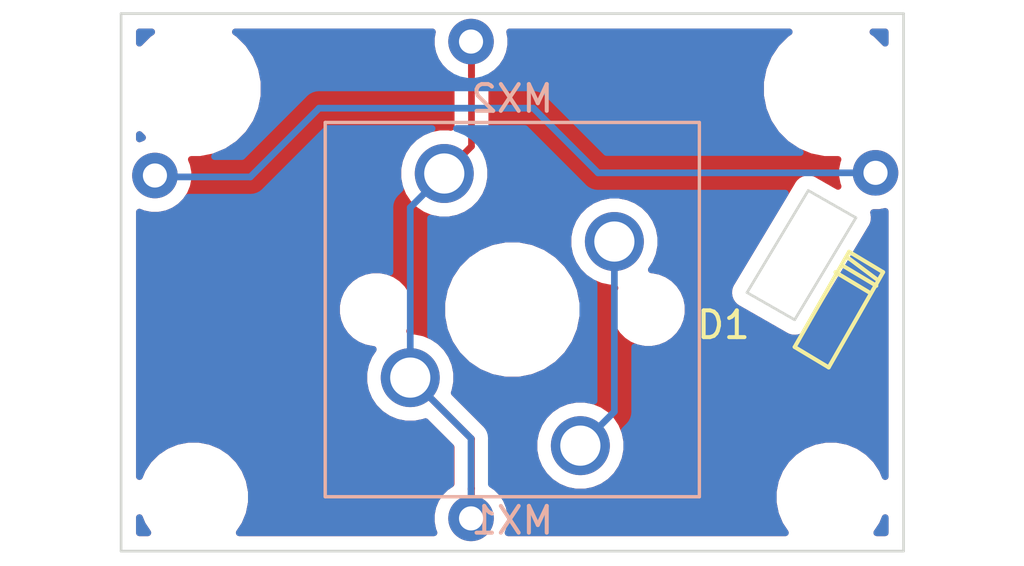
<source format=kicad_pcb>
(kicad_pcb (version 20171130) (host pcbnew "(5.1.6)-1")

  (general
    (thickness 1.6)
    (drawings 15)
    (tracks 25)
    (zones 0)
    (modules 3)
    (nets 4)
  )

  (page A4)
  (layers
    (0 F.Cu signal)
    (31 B.Cu signal)
    (32 B.Adhes user)
    (33 F.Adhes user)
    (34 B.Paste user)
    (35 F.Paste user)
    (36 B.SilkS user)
    (37 F.SilkS user)
    (38 B.Mask user)
    (39 F.Mask user)
    (40 Dwgs.User user)
    (41 Cmts.User user)
    (42 Eco1.User user)
    (43 Eco2.User user)
    (44 Edge.Cuts user)
    (45 Margin user)
    (46 B.CrtYd user)
    (47 F.CrtYd user)
    (48 B.Fab user)
    (49 F.Fab user)
  )

  (setup
    (last_trace_width 0.25)
    (trace_clearance 0.2)
    (zone_clearance 0.508)
    (zone_45_only no)
    (trace_min 0.2)
    (via_size 0.8)
    (via_drill 0.4)
    (via_min_size 0.4)
    (via_min_drill 0.3)
    (uvia_size 0.3)
    (uvia_drill 0.1)
    (uvias_allowed no)
    (uvia_min_size 0.2)
    (uvia_min_drill 0.1)
    (edge_width 0.1)
    (segment_width 0.2)
    (pcb_text_width 0.3)
    (pcb_text_size 1.5 1.5)
    (mod_edge_width 0.15)
    (mod_text_size 1 1)
    (mod_text_width 0.15)
    (pad_size 1.524 1.524)
    (pad_drill 0.762)
    (pad_to_mask_clearance 0)
    (aux_axis_origin 0 0)
    (visible_elements 7FFFFFFF)
    (pcbplotparams
      (layerselection 0x010fc_ffffffff)
      (usegerberextensions false)
      (usegerberattributes false)
      (usegerberadvancedattributes false)
      (creategerberjobfile false)
      (excludeedgelayer true)
      (linewidth 0.100000)
      (plotframeref false)
      (viasonmask false)
      (mode 1)
      (useauxorigin false)
      (hpglpennumber 1)
      (hpglpenspeed 20)
      (hpglpendiameter 15.000000)
      (psnegative false)
      (psa4output false)
      (plotreference true)
      (plotvalue true)
      (plotinvisibletext false)
      (padsonsilk false)
      (subtractmaskfromsilk false)
      (outputformat 1)
      (mirror false)
      (drillshape 0)
      (scaleselection 1)
      (outputdirectory "Gerbers"))
  )

  (net 0 "")
  (net 1 "Net-(D1-Pad2)")
  (net 2 "Net-(D1-Pad1)")
  (net 3 "Net-(MX1-Pad1)")

  (net_class Default "This is the default net class."
    (clearance 0.2)
    (trace_width 0.25)
    (via_dia 0.8)
    (via_drill 0.4)
    (uvia_dia 0.3)
    (uvia_drill 0.1)
    (add_net "Net-(D1-Pad1)")
    (add_net "Net-(D1-Pad2)")
    (add_net "Net-(MX1-Pad1)")
  )

  (module "Pikatea Macropad Encoder Side Mount:Diode Handwire helper" (layer F.Cu) (tedit 61A95C9C) (tstamp 618AFB1D)
    (at 149.098 94.234)
    (path /61533FAC)
    (fp_text reference D1 (at 5.722 2.478) (layer F.SilkS)
      (effects (font (size 1 1) (thickness 0.15)))
    )
    (fp_text value DIODE (at 7.5 0.2) (layer F.Fab)
      (effects (font (size 1 1) (thickness 0.15)))
    )
    (fp_line (start 7.5 1.97) (end 7.5 -2.221) (layer Dwgs.User) (width 0.12))
    (fp_line (start 7.5 -2.221) (end 9.532 -2.221) (layer Dwgs.User) (width 0.12))
    (fp_line (start 9.532 -2.221) (end 9.532 1.97) (layer Dwgs.User) (width 0.12))
    (fp_line (start 9.532 1.97) (end 7.5 1.97) (layer Dwgs.User) (width 0.12))
    (pad 2 thru_hole circle (at -3.7 9.7 90) (size 1.7 1.7) (drill 0.9) (layers *.Cu *.Mask)
      (net 1 "Net-(D1-Pad2)"))
    (pad 2 thru_hole circle (at -3.7 -8.1 90) (size 1.7 1.7) (drill 0.9) (layers *.Cu *.Mask)
      (net 1 "Net-(D1-Pad2)"))
    (pad 1 thru_hole circle (at -15.5 -3.1 90) (size 1.7 1.7) (drill 0.9) (layers *.Cu *.Mask)
      (net 2 "Net-(D1-Pad1)"))
    (pad 1 thru_hole circle (at 11.4 -3.2 90) (size 1.7 1.7) (drill 0.9) (layers *.Cu *.Mask)
      (net 2 "Net-(D1-Pad1)"))
  )

  (module Button_Switch_Keyboard:SW_Cherry_MX_1.00u_PCB (layer B.Cu) (tedit 5A02FE24) (tstamp 618ACF93)
    (at 144.399 91.059 180)
    (descr "Cherry MX keyswitch, 1.00u, PCB mount, http://cherryamericas.com/wp-content/uploads/2014/12/mx_cat.pdf")
    (tags "Cherry MX keyswitch 1.00u PCB")
    (path /618ACDC9)
    (fp_text reference MX2 (at -2.54 2.794) (layer B.SilkS)
      (effects (font (size 1 1) (thickness 0.15)) (justify mirror))
    )
    (fp_text value MX-NoLED (at -2.54 -12.954) (layer B.Fab)
      (effects (font (size 1 1) (thickness 0.15)) (justify mirror))
    )
    (fp_line (start -9.525 -12.065) (end -9.525 1.905) (layer B.SilkS) (width 0.12))
    (fp_line (start 4.445 -12.065) (end -9.525 -12.065) (layer B.SilkS) (width 0.12))
    (fp_line (start 4.445 1.905) (end 4.445 -12.065) (layer B.SilkS) (width 0.12))
    (fp_line (start -9.525 1.905) (end 4.445 1.905) (layer B.SilkS) (width 0.12))
    (fp_line (start -12.065 -14.605) (end -12.065 4.445) (layer Dwgs.User) (width 0.15))
    (fp_line (start 6.985 -14.605) (end -12.065 -14.605) (layer Dwgs.User) (width 0.15))
    (fp_line (start 6.985 4.445) (end 6.985 -14.605) (layer Dwgs.User) (width 0.15))
    (fp_line (start -12.065 4.445) (end 6.985 4.445) (layer Dwgs.User) (width 0.15))
    (fp_line (start -9.14 1.52) (end 4.06 1.52) (layer B.CrtYd) (width 0.05))
    (fp_line (start 4.06 1.52) (end 4.06 -11.68) (layer B.CrtYd) (width 0.05))
    (fp_line (start 4.06 -11.68) (end -9.14 -11.68) (layer B.CrtYd) (width 0.05))
    (fp_line (start -9.14 -11.68) (end -9.14 1.52) (layer B.CrtYd) (width 0.05))
    (fp_line (start -8.89 -11.43) (end -8.89 1.27) (layer B.Fab) (width 0.1))
    (fp_line (start 3.81 -11.43) (end -8.89 -11.43) (layer B.Fab) (width 0.1))
    (fp_line (start 3.81 1.27) (end 3.81 -11.43) (layer B.Fab) (width 0.1))
    (fp_line (start -8.89 1.27) (end 3.81 1.27) (layer B.Fab) (width 0.1))
    (fp_text user %R (at -2.54 2.794) (layer B.Fab)
      (effects (font (size 1 1) (thickness 0.15)) (justify mirror))
    )
    (pad "" np_thru_hole circle (at 2.54 -5.08 180) (size 1.7 1.7) (drill 1.7) (layers *.Cu *.Mask))
    (pad "" np_thru_hole circle (at -7.62 -5.08 180) (size 1.7 1.7) (drill 1.7) (layers *.Cu *.Mask))
    (pad "" np_thru_hole circle (at -2.54 -5.08 180) (size 4 4) (drill 4) (layers *.Cu *.Mask))
    (pad 2 thru_hole circle (at -6.35 -2.54 180) (size 2.2 2.2) (drill 1.5) (layers *.Cu *.Mask)
      (net 3 "Net-(MX1-Pad1)"))
    (pad 1 thru_hole circle (at 0 0 180) (size 2.2 2.2) (drill 1.5) (layers *.Cu *.Mask)
      (net 1 "Net-(D1-Pad2)"))
    (model ${KISYS3DMOD}/Button_Switch_Keyboard.3dshapes/SW_Cherry_MX_1.00u_PCB.wrl
      (at (xyz 0 0 0))
      (scale (xyz 1 1 1))
      (rotate (xyz 0 0 0))
    )
  )

  (module Button_Switch_Keyboard:SW_Cherry_MX_2.00u_PCB locked (layer B.Cu) (tedit 5A02FE24) (tstamp 618AFEA9)
    (at 149.479 101.219)
    (descr "Cherry MX keyswitch, 2.00u, PCB mount, http://cherryamericas.com/wp-content/uploads/2014/12/mx_cat.pdf")
    (tags "Cherry MX keyswitch 2.00u PCB")
    (path /615335F4)
    (fp_text reference MX1 (at -2.54 2.794) (layer B.SilkS)
      (effects (font (size 1 1) (thickness 0.15)) (justify mirror))
    )
    (fp_text value MX-NoLED (at -2.54 -12.954) (layer B.Fab)
      (effects (font (size 1 1) (thickness 0.15)) (justify mirror))
    )
    (fp_line (start -9.525 -12.065) (end -9.525 1.905) (layer B.SilkS) (width 0.12))
    (fp_line (start 4.445 -12.065) (end -9.525 -12.065) (layer B.SilkS) (width 0.12))
    (fp_line (start 4.445 1.905) (end 4.445 -12.065) (layer B.SilkS) (width 0.12))
    (fp_line (start -9.525 1.905) (end 4.445 1.905) (layer B.SilkS) (width 0.12))
    (fp_line (start -21.59 -14.605) (end -21.59 4.445) (layer Dwgs.User) (width 0.15))
    (fp_line (start 16.51 -14.605) (end -21.59 -14.605) (layer Dwgs.User) (width 0.15))
    (fp_line (start 16.51 4.445) (end 16.51 -14.605) (layer Dwgs.User) (width 0.15))
    (fp_line (start -21.59 4.445) (end 16.51 4.445) (layer Dwgs.User) (width 0.15))
    (fp_line (start -9.14 1.52) (end 4.06 1.52) (layer B.CrtYd) (width 0.05))
    (fp_line (start 4.06 1.52) (end 4.06 -11.68) (layer B.CrtYd) (width 0.05))
    (fp_line (start 4.06 -11.68) (end -9.14 -11.68) (layer B.CrtYd) (width 0.05))
    (fp_line (start -9.14 -11.68) (end -9.14 1.52) (layer B.CrtYd) (width 0.05))
    (fp_line (start -8.89 -11.43) (end -8.89 1.27) (layer B.Fab) (width 0.1))
    (fp_line (start 3.81 -11.43) (end -8.89 -11.43) (layer B.Fab) (width 0.1))
    (fp_line (start 3.81 1.27) (end 3.81 -11.43) (layer B.Fab) (width 0.1))
    (fp_line (start -8.89 1.27) (end 3.81 1.27) (layer B.Fab) (width 0.1))
    (fp_text user %R (at -2.54 2.794) (layer B.Fab)
      (effects (font (size 1 1) (thickness 0.15)) (justify mirror))
    )
    (pad "" np_thru_hole circle (at 9.36 1.92) (size 3.05 3.05) (drill 3.05) (layers *.Cu *.Mask))
    (pad "" np_thru_hole circle (at -14.44 1.92) (size 3.05 3.05) (drill 3.05) (layers *.Cu *.Mask))
    (pad "" np_thru_hole circle (at -14.44 -13.32) (size 4 4) (drill 4) (layers *.Cu *.Mask))
    (pad "" np_thru_hole circle (at 9.36 -13.32) (size 4 4) (drill 4) (layers *.Cu *.Mask))
    (pad "" np_thru_hole circle (at 2.54 -5.08) (size 1.7 1.7) (drill 1.7) (layers *.Cu *.Mask))
    (pad "" np_thru_hole circle (at -7.62 -5.08) (size 1.7 1.7) (drill 1.7) (layers *.Cu *.Mask))
    (pad "" np_thru_hole circle (at -2.54 -5.08) (size 4 4) (drill 4) (layers *.Cu *.Mask))
    (pad 2 thru_hole circle (at -6.35 -2.54) (size 2.2 2.2) (drill 1.5) (layers *.Cu *.Mask)
      (net 1 "Net-(D1-Pad2)"))
    (pad 1 thru_hole circle (at 0 0) (size 2.2 2.2) (drill 1.5) (layers *.Cu *.Mask)
      (net 3 "Net-(MX1-Pad1)"))
    (model ${KISYS3DMOD}/Button_Switch_Keyboard.3dshapes/SW_Cherry_MX_2.00u_PCB.wrl
      (at (xyz 0 0 0))
      (scale (xyz 1 1 1))
      (rotate (xyz 0 0 0))
    )
  )

  (gr_line (start 159.512 94.234) (end 160.528 94.996) (layer F.SilkS) (width 0.15))
  (gr_line (start 159.258 94.488) (end 160.528 95.25) (layer F.SilkS) (width 0.15))
  (gr_line (start 160.274 95.504) (end 159.004 94.742) (layer F.SilkS) (width 0.15))
  (gr_line (start 160.782 94.742) (end 159.512 93.98) (layer F.SilkS) (width 0.15) (tstamp 618AB7B8))
  (gr_line (start 158.75 98.298) (end 160.782 94.742) (layer F.SilkS) (width 0.15))
  (gr_line (start 157.48 97.536) (end 158.75 98.298) (layer F.SilkS) (width 0.15))
  (gr_line (start 159.512 93.98) (end 157.48 97.536) (layer F.SilkS) (width 0.15))
  (gr_line (start 157.988 91.694) (end 155.702 95.504) (layer Edge.Cuts) (width 0.1))
  (gr_line (start 159.766 92.71) (end 157.988 91.694) (layer Edge.Cuts) (width 0.1))
  (gr_line (start 157.48 96.52) (end 159.766 92.71) (layer Edge.Cuts) (width 0.1))
  (gr_line (start 155.702 95.504) (end 157.48 96.52) (layer Edge.Cuts) (width 0.1))
  (gr_line (start 161.544 105.156) (end 161.544 85.09) (layer Edge.Cuts) (width 0.1) (tstamp 61529F07))
  (gr_line (start 132.334 105.156) (end 161.544 105.156) (layer Edge.Cuts) (width 0.1))
  (gr_line (start 132.334 85.09) (end 132.334 105.156) (layer Edge.Cuts) (width 0.1))
  (gr_line (start 161.544 85.09) (end 132.334 85.09) (layer Edge.Cuts) (width 0.1))

  (segment (start 145.415 89.451) (end 145.398 89.434) (width 0.25) (layer F.Cu) (net 1))
  (segment (start 145.415 102.817) (end 145.398 102.834) (width 0.25) (layer F.Cu) (net 1))
  (segment (start 143.129 98.679) (end 145.415 100.965) (width 0.25) (layer F.Cu) (net 1))
  (segment (start 145.415 100.965) (end 145.415 102.817) (width 0.25) (layer F.Cu) (net 1))
  (segment (start 145.415 86.851) (end 145.398 86.834) (width 0.25) (layer F.Cu) (net 1))
  (segment (start 145.415 103.917) (end 145.398 103.934) (width 0.25) (layer F.Cu) (net 1))
  (segment (start 145.415 102.817) (end 145.415 103.917) (width 0.25) (layer F.Cu) (net 1))
  (segment (start 145.415 90.043) (end 144.399 91.059) (width 0.25) (layer F.Cu) (net 1))
  (segment (start 145.415 89.451) (end 145.415 90.043) (width 0.25) (layer F.Cu) (net 1))
  (segment (start 145.398 100.948) (end 143.129 98.679) (width 0.25) (layer B.Cu) (net 1))
  (segment (start 145.398 103.934) (end 145.398 100.948) (width 0.25) (layer B.Cu) (net 1))
  (segment (start 143.129 92.329) (end 144.399 91.059) (width 0.25) (layer B.Cu) (net 1))
  (segment (start 143.129 98.679) (end 143.129 92.329) (width 0.25) (layer B.Cu) (net 1))
  (segment (start 145.415 87.4014) (end 145.415 86.151) (width 0.25) (layer F.Cu) (net 1))
  (segment (start 145.415 86.151) (end 145.398 86.134) (width 0.25) (layer F.Cu) (net 1))
  (segment (start 145.415 87.4014) (end 145.415 86.851) (width 0.25) (layer F.Cu) (net 1))
  (segment (start 145.415 89.451) (end 145.415 87.4014) (width 0.25) (layer F.Cu) (net 1))
  (segment (start 133.65 91.186) (end 133.598 91.134) (width 0.25) (layer B.Cu) (net 2))
  (segment (start 150.1398 91.034) (end 147.7264 88.6206) (width 0.25) (layer B.Cu) (net 2))
  (segment (start 147.7264 88.6206) (end 139.7254 88.6206) (width 0.25) (layer B.Cu) (net 2))
  (segment (start 139.7254 88.6206) (end 137.16 91.186) (width 0.25) (layer B.Cu) (net 2))
  (segment (start 160.498 91.034) (end 150.1398 91.034) (width 0.25) (layer B.Cu) (net 2))
  (segment (start 137.16 91.186) (end 133.65 91.186) (width 0.25) (layer B.Cu) (net 2))
  (segment (start 150.749 99.949) (end 149.479 101.219) (width 0.25) (layer B.Cu) (net 3))
  (segment (start 150.749 93.599) (end 150.749 99.949) (width 0.25) (layer B.Cu) (net 3))

  (zone (net 0) (net_name "") (layer F.Cu) (tstamp 615305E3) (hatch edge 0.508)
    (connect_pads (clearance 0.508))
    (min_thickness 0.254)
    (fill yes (arc_segments 32) (thermal_gap 0.508) (thermal_bridge_width 0.508))
    (polygon
      (pts
        (xy 162.56 105.41) (xy 131.826 105.664) (xy 131.572 84.582) (xy 162.306 84.836)
      )
    )
    (filled_polygon
      (pts
        (xy 160.859 104.471) (xy 160.546796 104.471) (xy 160.753167 104.162144) (xy 160.859 103.90664)
      )
    )
    (filled_polygon
      (pts
        (xy 133.124833 104.162144) (xy 133.331204 104.471) (xy 133.019 104.471) (xy 133.019 103.90664)
      )
    )
    (filled_polygon
      (pts
        (xy 143.913 85.98774) (xy 143.913 86.28026) (xy 143.970068 86.567158) (xy 144.08201 86.837411) (xy 144.244525 87.080632)
        (xy 144.451368 87.287475) (xy 144.655 87.423537) (xy 144.655 87.438732) (xy 144.655001 87.438742) (xy 144.655 89.265228)
        (xy 144.648998 89.285015) (xy 144.643712 89.338685) (xy 144.569883 89.324) (xy 144.228117 89.324) (xy 143.892919 89.390675)
        (xy 143.577169 89.521463) (xy 143.293002 89.711337) (xy 143.051337 89.953002) (xy 142.861463 90.237169) (xy 142.730675 90.552919)
        (xy 142.664 90.888117) (xy 142.664 91.229883) (xy 142.730675 91.565081) (xy 142.861463 91.880831) (xy 143.051337 92.164998)
        (xy 143.293002 92.406663) (xy 143.577169 92.596537) (xy 143.892919 92.727325) (xy 144.228117 92.794) (xy 144.569883 92.794)
        (xy 144.905081 92.727325) (xy 145.220831 92.596537) (xy 145.504998 92.406663) (xy 145.746663 92.164998) (xy 145.936537 91.880831)
        (xy 146.067325 91.565081) (xy 146.134 91.229883) (xy 146.134 90.888117) (xy 146.067325 90.552919) (xy 146.03793 90.481953)
        (xy 146.049974 90.467277) (xy 146.120546 90.335247) (xy 146.121959 90.330589) (xy 146.164003 90.191986) (xy 146.175 90.080333)
        (xy 146.175 90.080323) (xy 146.178676 90.043) (xy 146.175 90.005678) (xy 146.175 89.488325) (xy 146.178676 89.451)
        (xy 146.175 89.413675) (xy 146.175 87.400819) (xy 146.344632 87.287475) (xy 146.551475 87.080632) (xy 146.71399 86.837411)
        (xy 146.825932 86.567158) (xy 146.883 86.28026) (xy 146.883 85.98774) (xy 146.840683 85.775) (xy 157.274916 85.775)
        (xy 157.159285 85.852262) (xy 156.792262 86.219285) (xy 156.503893 86.650859) (xy 156.305261 87.130399) (xy 156.204 87.639475)
        (xy 156.204 88.158525) (xy 156.305261 88.667601) (xy 156.503893 89.147141) (xy 156.792262 89.578715) (xy 157.159285 89.945738)
        (xy 157.590859 90.234107) (xy 158.070399 90.432739) (xy 158.579475 90.534) (xy 159.097755 90.534) (xy 159.070068 90.600842)
        (xy 159.013 90.88774) (xy 159.013 91.18026) (xy 159.070068 91.467158) (xy 159.100574 91.540807) (xy 158.363411 91.119571)
        (xy 158.342134 91.103776) (xy 158.304986 91.086186) (xy 158.298641 91.08256) (xy 158.274547 91.071772) (xy 158.220183 91.04603)
        (xy 158.213058 91.044242) (xy 158.206347 91.041237) (xy 158.147664 91.027829) (xy 158.089308 91.013183) (xy 158.081968 91.012819)
        (xy 158.074803 91.011182) (xy 158.014635 91.009481) (xy 157.95454 91.006501) (xy 157.947272 91.007576) (xy 157.939925 91.007368)
        (xy 157.880587 91.017436) (xy 157.821059 91.026239) (xy 157.814138 91.028712) (xy 157.806893 91.029941) (xy 157.750682 91.051383)
        (xy 157.693993 91.071637) (xy 157.687685 91.075414) (xy 157.680822 91.078032) (xy 157.629882 91.110024) (xy 157.578225 91.140954)
        (xy 157.572775 91.145889) (xy 157.566554 91.149796) (xy 157.522841 91.191105) (xy 157.478204 91.231524) (xy 157.47382 91.23743)
        (xy 157.468483 91.242473) (xy 157.433677 91.291504) (xy 157.417928 91.312719) (xy 157.414164 91.318992) (xy 157.390377 91.352501)
        (xy 157.37955 91.376682) (xy 155.128173 95.128979) (xy 155.104377 95.162501) (xy 155.079785 95.217425) (xy 155.054029 95.271817)
        (xy 155.05224 95.278947) (xy 155.049237 95.285653) (xy 155.035834 95.344316) (xy 155.021183 95.402692) (xy 155.020819 95.410032)
        (xy 155.019182 95.417197) (xy 155.017481 95.477337) (xy 155.0145 95.537459) (xy 155.015576 95.544733) (xy 155.015368 95.552075)
        (xy 155.025434 95.611399) (xy 155.034239 95.67094) (xy 155.036711 95.67786) (xy 155.037941 95.685107) (xy 155.059389 95.741332)
        (xy 155.079637 95.798006) (xy 155.083413 95.804313) (xy 155.086032 95.811178) (xy 155.118037 95.862138) (xy 155.148954 95.913774)
        (xy 155.153887 95.919222) (xy 155.157796 95.925446) (xy 155.199127 95.969182) (xy 155.239524 96.013795) (xy 155.245427 96.018177)
        (xy 155.250473 96.023517) (xy 155.299524 96.058337) (xy 155.347866 96.094224) (xy 155.385028 96.111821) (xy 157.104585 97.094426)
        (xy 157.125866 97.110224) (xy 157.163021 97.127818) (xy 157.169358 97.131439) (xy 157.19342 97.142213) (xy 157.247817 97.167971)
        (xy 157.254945 97.16976) (xy 157.261652 97.172763) (xy 157.320331 97.18617) (xy 157.378692 97.200817) (xy 157.38603 97.201181)
        (xy 157.393195 97.202818) (xy 157.453339 97.204519) (xy 157.513459 97.2075) (xy 157.520733 97.206424) (xy 157.528075 97.206632)
        (xy 157.587395 97.196566) (xy 157.64694 97.187761) (xy 157.653861 97.185288) (xy 157.661106 97.184059) (xy 157.717324 97.162614)
        (xy 157.774006 97.142363) (xy 157.780313 97.138587) (xy 157.787178 97.135968) (xy 157.838129 97.103969) (xy 157.889774 97.073046)
        (xy 157.895224 97.068111) (xy 157.901445 97.064204) (xy 157.945169 97.022885) (xy 157.989795 96.982476) (xy 157.994177 96.976573)
        (xy 157.999517 96.971527) (xy 158.034345 96.922465) (xy 158.050071 96.901281) (xy 158.053829 96.895017) (xy 158.077623 96.861499)
        (xy 158.088452 96.837312) (xy 160.33983 93.085016) (xy 160.363623 93.051499) (xy 160.388203 92.996601) (xy 160.413971 92.942184)
        (xy 160.415762 92.93505) (xy 160.418763 92.928346) (xy 160.432156 92.869727) (xy 160.446817 92.81131) (xy 160.447181 92.803962)
        (xy 160.448817 92.796803) (xy 160.450517 92.736693) (xy 160.4535 92.676542) (xy 160.452424 92.669268) (xy 160.452632 92.661923)
        (xy 160.442564 92.602586) (xy 160.433761 92.54306) (xy 160.431289 92.536141) (xy 160.430059 92.528892) (xy 160.426286 92.519)
        (xy 160.64426 92.519) (xy 160.859001 92.476285) (xy 160.859 102.37136) (xy 160.753167 102.115856) (xy 160.516781 101.76208)
        (xy 160.21592 101.461219) (xy 159.862144 101.224833) (xy 159.469049 101.062008) (xy 159.051741 100.979) (xy 158.626259 100.979)
        (xy 158.208951 101.062008) (xy 157.815856 101.224833) (xy 157.46208 101.461219) (xy 157.161219 101.76208) (xy 156.924833 102.115856)
        (xy 156.762008 102.508951) (xy 156.679 102.926259) (xy 156.679 103.351741) (xy 156.762008 103.769049) (xy 156.924833 104.162144)
        (xy 157.131204 104.471) (xy 146.782919 104.471) (xy 146.825932 104.367158) (xy 146.883 104.08026) (xy 146.883 103.78774)
        (xy 146.825932 103.500842) (xy 146.71399 103.230589) (xy 146.551475 102.987368) (xy 146.344632 102.780525) (xy 146.175 102.667181)
        (xy 146.175 101.048117) (xy 147.744 101.048117) (xy 147.744 101.389883) (xy 147.810675 101.725081) (xy 147.941463 102.040831)
        (xy 148.131337 102.324998) (xy 148.373002 102.566663) (xy 148.657169 102.756537) (xy 148.972919 102.887325) (xy 149.308117 102.954)
        (xy 149.649883 102.954) (xy 149.985081 102.887325) (xy 150.300831 102.756537) (xy 150.584998 102.566663) (xy 150.826663 102.324998)
        (xy 151.016537 102.040831) (xy 151.147325 101.725081) (xy 151.214 101.389883) (xy 151.214 101.048117) (xy 151.147325 100.712919)
        (xy 151.016537 100.397169) (xy 150.826663 100.113002) (xy 150.584998 99.871337) (xy 150.300831 99.681463) (xy 149.985081 99.550675)
        (xy 149.649883 99.484) (xy 149.308117 99.484) (xy 148.972919 99.550675) (xy 148.657169 99.681463) (xy 148.373002 99.871337)
        (xy 148.131337 100.113002) (xy 147.941463 100.397169) (xy 147.810675 100.712919) (xy 147.744 101.048117) (xy 146.175 101.048117)
        (xy 146.175 101.002322) (xy 146.178676 100.964999) (xy 146.175 100.927676) (xy 146.175 100.927667) (xy 146.164003 100.816014)
        (xy 146.120546 100.672753) (xy 146.049974 100.540724) (xy 145.955001 100.424999) (xy 145.926004 100.401202) (xy 144.771714 99.246912)
        (xy 144.797325 99.185081) (xy 144.864 98.849883) (xy 144.864 98.508117) (xy 144.797325 98.172919) (xy 144.666537 97.857169)
        (xy 144.476663 97.573002) (xy 144.234998 97.331337) (xy 143.950831 97.141463) (xy 143.635081 97.010675) (xy 143.299883 96.944)
        (xy 143.10711 96.944) (xy 143.17499 96.842411) (xy 143.286932 96.572158) (xy 143.344 96.28526) (xy 143.344 95.99274)
        (xy 143.321471 95.879475) (xy 144.304 95.879475) (xy 144.304 96.398525) (xy 144.405261 96.907601) (xy 144.603893 97.387141)
        (xy 144.892262 97.818715) (xy 145.259285 98.185738) (xy 145.690859 98.474107) (xy 146.170399 98.672739) (xy 146.679475 98.774)
        (xy 147.198525 98.774) (xy 147.707601 98.672739) (xy 148.187141 98.474107) (xy 148.618715 98.185738) (xy 148.985738 97.818715)
        (xy 149.274107 97.387141) (xy 149.472739 96.907601) (xy 149.574 96.398525) (xy 149.574 95.879475) (xy 149.472739 95.370399)
        (xy 149.274107 94.890859) (xy 148.985738 94.459285) (xy 148.618715 94.092262) (xy 148.187141 93.803893) (xy 147.707601 93.605261)
        (xy 147.198525 93.504) (xy 146.679475 93.504) (xy 146.170399 93.605261) (xy 145.690859 93.803893) (xy 145.259285 94.092262)
        (xy 144.892262 94.459285) (xy 144.603893 94.890859) (xy 144.405261 95.370399) (xy 144.304 95.879475) (xy 143.321471 95.879475)
        (xy 143.286932 95.705842) (xy 143.17499 95.435589) (xy 143.012475 95.192368) (xy 142.805632 94.985525) (xy 142.562411 94.82301)
        (xy 142.292158 94.711068) (xy 142.00526 94.654) (xy 141.71274 94.654) (xy 141.425842 94.711068) (xy 141.155589 94.82301)
        (xy 140.912368 94.985525) (xy 140.705525 95.192368) (xy 140.54301 95.435589) (xy 140.431068 95.705842) (xy 140.374 95.99274)
        (xy 140.374 96.28526) (xy 140.431068 96.572158) (xy 140.54301 96.842411) (xy 140.705525 97.085632) (xy 140.912368 97.292475)
        (xy 141.155589 97.45499) (xy 141.425842 97.566932) (xy 141.71274 97.624) (xy 141.747261 97.624) (xy 141.591463 97.857169)
        (xy 141.460675 98.172919) (xy 141.394 98.508117) (xy 141.394 98.849883) (xy 141.460675 99.185081) (xy 141.591463 99.500831)
        (xy 141.781337 99.784998) (xy 142.023002 100.026663) (xy 142.307169 100.216537) (xy 142.622919 100.347325) (xy 142.958117 100.414)
        (xy 143.299883 100.414) (xy 143.635081 100.347325) (xy 143.696912 100.321714) (xy 144.655 101.279802) (xy 144.655001 102.644462)
        (xy 144.451368 102.780525) (xy 144.244525 102.987368) (xy 144.08201 103.230589) (xy 143.970068 103.500842) (xy 143.913 103.78774)
        (xy 143.913 104.08026) (xy 143.970068 104.367158) (xy 144.013081 104.471) (xy 136.746796 104.471) (xy 136.953167 104.162144)
        (xy 137.115992 103.769049) (xy 137.199 103.351741) (xy 137.199 102.926259) (xy 137.115992 102.508951) (xy 136.953167 102.115856)
        (xy 136.716781 101.76208) (xy 136.41592 101.461219) (xy 136.062144 101.224833) (xy 135.669049 101.062008) (xy 135.251741 100.979)
        (xy 134.826259 100.979) (xy 134.408951 101.062008) (xy 134.015856 101.224833) (xy 133.66208 101.461219) (xy 133.361219 101.76208)
        (xy 133.124833 102.115856) (xy 133.019 102.37136) (xy 133.019 93.428117) (xy 149.014 93.428117) (xy 149.014 93.769883)
        (xy 149.080675 94.105081) (xy 149.211463 94.420831) (xy 149.401337 94.704998) (xy 149.643002 94.946663) (xy 149.927169 95.136537)
        (xy 150.242919 95.267325) (xy 150.578117 95.334) (xy 150.77089 95.334) (xy 150.70301 95.435589) (xy 150.591068 95.705842)
        (xy 150.534 95.99274) (xy 150.534 96.28526) (xy 150.591068 96.572158) (xy 150.70301 96.842411) (xy 150.865525 97.085632)
        (xy 151.072368 97.292475) (xy 151.315589 97.45499) (xy 151.585842 97.566932) (xy 151.87274 97.624) (xy 152.16526 97.624)
        (xy 152.452158 97.566932) (xy 152.722411 97.45499) (xy 152.965632 97.292475) (xy 153.172475 97.085632) (xy 153.33499 96.842411)
        (xy 153.446932 96.572158) (xy 153.504 96.28526) (xy 153.504 95.99274) (xy 153.446932 95.705842) (xy 153.33499 95.435589)
        (xy 153.172475 95.192368) (xy 152.965632 94.985525) (xy 152.722411 94.82301) (xy 152.452158 94.711068) (xy 152.16526 94.654)
        (xy 152.130739 94.654) (xy 152.286537 94.420831) (xy 152.417325 94.105081) (xy 152.484 93.769883) (xy 152.484 93.428117)
        (xy 152.417325 93.092919) (xy 152.286537 92.777169) (xy 152.096663 92.493002) (xy 151.854998 92.251337) (xy 151.570831 92.061463)
        (xy 151.255081 91.930675) (xy 150.919883 91.864) (xy 150.578117 91.864) (xy 150.242919 91.930675) (xy 149.927169 92.061463)
        (xy 149.643002 92.251337) (xy 149.401337 92.493002) (xy 149.211463 92.777169) (xy 149.080675 93.092919) (xy 149.014 93.428117)
        (xy 133.019 93.428117) (xy 133.019 92.501523) (xy 133.164842 92.561932) (xy 133.45174 92.619) (xy 133.74426 92.619)
        (xy 134.031158 92.561932) (xy 134.301411 92.44999) (xy 134.544632 92.287475) (xy 134.751475 92.080632) (xy 134.91399 91.837411)
        (xy 135.025932 91.567158) (xy 135.083 91.28026) (xy 135.083 90.98774) (xy 135.025932 90.700842) (xy 134.956824 90.534)
        (xy 135.298525 90.534) (xy 135.807601 90.432739) (xy 136.287141 90.234107) (xy 136.718715 89.945738) (xy 137.085738 89.578715)
        (xy 137.374107 89.147141) (xy 137.572739 88.667601) (xy 137.674 88.158525) (xy 137.674 87.639475) (xy 137.572739 87.130399)
        (xy 137.374107 86.650859) (xy 137.085738 86.219285) (xy 136.718715 85.852262) (xy 136.603084 85.775) (xy 143.955317 85.775)
      )
    )
    (filled_polygon
      (pts
        (xy 133.132862 89.719315) (xy 133.019 89.766477) (xy 133.019 89.605453)
      )
    )
    (filled_polygon
      (pts
        (xy 160.859001 86.192548) (xy 160.518715 85.852262) (xy 160.403084 85.775) (xy 160.859001 85.775)
      )
    )
    (filled_polygon
      (pts
        (xy 133.359285 85.852262) (xy 133.019 86.192547) (xy 133.019 85.775) (xy 133.474916 85.775)
      )
    )
  )
  (zone (net 0) (net_name "") (layer B.Cu) (tstamp 615305E0) (hatch edge 0.508)
    (connect_pads (clearance 0.508))
    (min_thickness 0.254)
    (fill yes (arc_segments 32) (thermal_gap 0.508) (thermal_bridge_width 0.508))
    (polygon
      (pts
        (xy 162.56 105.664) (xy 131.826 105.664) (xy 131.572 84.582) (xy 162.306 84.836)
      )
    )
    (filled_polygon
      (pts
        (xy 133.124833 104.162144) (xy 133.331204 104.471) (xy 133.019 104.471) (xy 133.019 103.90664)
      )
    )
    (filled_polygon
      (pts
        (xy 143.892919 89.390675) (xy 143.577169 89.521463) (xy 143.293002 89.711337) (xy 143.051337 89.953002) (xy 142.861463 90.237169)
        (xy 142.730675 90.552919) (xy 142.664 90.888117) (xy 142.664 91.229883) (xy 142.730675 91.565081) (xy 142.756286 91.626912)
        (xy 142.617998 91.765201) (xy 142.589 91.788999) (xy 142.565202 91.817997) (xy 142.565201 91.817998) (xy 142.494026 91.904724)
        (xy 142.423454 92.036754) (xy 142.379998 92.180015) (xy 142.365324 92.329) (xy 142.369001 92.366332) (xy 142.369001 94.742897)
        (xy 142.292158 94.711068) (xy 142.00526 94.654) (xy 141.71274 94.654) (xy 141.425842 94.711068) (xy 141.155589 94.82301)
        (xy 140.912368 94.985525) (xy 140.705525 95.192368) (xy 140.54301 95.435589) (xy 140.431068 95.705842) (xy 140.374 95.99274)
        (xy 140.374 96.28526) (xy 140.431068 96.572158) (xy 140.54301 96.842411) (xy 140.705525 97.085632) (xy 140.912368 97.292475)
        (xy 141.155589 97.45499) (xy 141.425842 97.566932) (xy 141.71274 97.624) (xy 141.747261 97.624) (xy 141.591463 97.857169)
        (xy 141.460675 98.172919) (xy 141.394 98.508117) (xy 141.394 98.849883) (xy 141.460675 99.185081) (xy 141.591463 99.500831)
        (xy 141.781337 99.784998) (xy 142.023002 100.026663) (xy 142.307169 100.216537) (xy 142.622919 100.347325) (xy 142.958117 100.414)
        (xy 143.299883 100.414) (xy 143.635081 100.347325) (xy 143.696912 100.321714) (xy 144.638001 101.262803) (xy 144.638 102.655821)
        (xy 144.451368 102.780525) (xy 144.244525 102.987368) (xy 144.08201 103.230589) (xy 143.970068 103.500842) (xy 143.913 103.78774)
        (xy 143.913 104.08026) (xy 143.970068 104.367158) (xy 144.013081 104.471) (xy 136.746796 104.471) (xy 136.953167 104.162144)
        (xy 137.115992 103.769049) (xy 137.199 103.351741) (xy 137.199 102.926259) (xy 137.115992 102.508951) (xy 136.953167 102.115856)
        (xy 136.716781 101.76208) (xy 136.41592 101.461219) (xy 136.062144 101.224833) (xy 135.669049 101.062008) (xy 135.251741 100.979)
        (xy 134.826259 100.979) (xy 134.408951 101.062008) (xy 134.015856 101.224833) (xy 133.66208 101.461219) (xy 133.361219 101.76208)
        (xy 133.124833 102.115856) (xy 133.019 102.37136) (xy 133.019 92.501523) (xy 133.164842 92.561932) (xy 133.45174 92.619)
        (xy 133.74426 92.619) (xy 134.031158 92.561932) (xy 134.301411 92.44999) (xy 134.544632 92.287475) (xy 134.751475 92.080632)
        (xy 134.841433 91.946) (xy 137.122678 91.946) (xy 137.16 91.949676) (xy 137.197322 91.946) (xy 137.197333 91.946)
        (xy 137.308986 91.935003) (xy 137.452247 91.891546) (xy 137.584276 91.820974) (xy 137.700001 91.726001) (xy 137.723804 91.696997)
        (xy 140.040203 89.3806) (xy 143.943569 89.3806)
      )
    )
    (filled_polygon
      (pts
        (xy 160.859 104.471) (xy 160.546796 104.471) (xy 160.753167 104.162144) (xy 160.859 103.90664)
      )
    )
    (filled_polygon
      (pts
        (xy 149.576001 91.545003) (xy 149.599799 91.574001) (xy 149.628797 91.597799) (xy 149.715523 91.668974) (xy 149.762392 91.694026)
        (xy 149.847553 91.739546) (xy 149.990814 91.783003) (xy 150.102467 91.794) (xy 150.102477 91.794) (xy 150.139799 91.797676)
        (xy 150.177122 91.794) (xy 157.12916 91.794) (xy 155.128173 95.128979) (xy 155.104377 95.162501) (xy 155.079785 95.217425)
        (xy 155.054029 95.271817) (xy 155.05224 95.278947) (xy 155.049237 95.285653) (xy 155.035834 95.344316) (xy 155.021183 95.402692)
        (xy 155.020819 95.410032) (xy 155.019182 95.417197) (xy 155.017481 95.477337) (xy 155.0145 95.537459) (xy 155.015576 95.544733)
        (xy 155.015368 95.552075) (xy 155.025434 95.611399) (xy 155.034239 95.67094) (xy 155.036711 95.67786) (xy 155.037941 95.685107)
        (xy 155.059389 95.741332) (xy 155.079637 95.798006) (xy 155.083413 95.804313) (xy 155.086032 95.811178) (xy 155.118037 95.862138)
        (xy 155.148954 95.913774) (xy 155.153887 95.919222) (xy 155.157796 95.925446) (xy 155.199127 95.969182) (xy 155.239524 96.013795)
        (xy 155.245427 96.018177) (xy 155.250473 96.023517) (xy 155.299524 96.058337) (xy 155.347866 96.094224) (xy 155.385028 96.111821)
        (xy 157.104585 97.094426) (xy 157.125866 97.110224) (xy 157.163021 97.127818) (xy 157.169358 97.131439) (xy 157.19342 97.142213)
        (xy 157.247817 97.167971) (xy 157.254945 97.16976) (xy 157.261652 97.172763) (xy 157.320331 97.18617) (xy 157.378692 97.200817)
        (xy 157.38603 97.201181) (xy 157.393195 97.202818) (xy 157.453339 97.204519) (xy 157.513459 97.2075) (xy 157.520733 97.206424)
        (xy 157.528075 97.206632) (xy 157.587395 97.196566) (xy 157.64694 97.187761) (xy 157.653861 97.185288) (xy 157.661106 97.184059)
        (xy 157.717324 97.162614) (xy 157.774006 97.142363) (xy 157.780313 97.138587) (xy 157.787178 97.135968) (xy 157.838129 97.103969)
        (xy 157.889774 97.073046) (xy 157.895224 97.068111) (xy 157.901445 97.064204) (xy 157.945169 97.022885) (xy 157.989795 96.982476)
        (xy 157.994177 96.976573) (xy 157.999517 96.971527) (xy 158.034345 96.922465) (xy 158.050071 96.901281) (xy 158.053829 96.895017)
        (xy 158.077623 96.861499) (xy 158.088452 96.837312) (xy 160.33983 93.085016) (xy 160.363623 93.051499) (xy 160.388203 92.996601)
        (xy 160.413971 92.942184) (xy 160.415762 92.93505) (xy 160.418763 92.928346) (xy 160.432156 92.869727) (xy 160.446817 92.81131)
        (xy 160.447181 92.803962) (xy 160.448817 92.796803) (xy 160.450517 92.736693) (xy 160.4535 92.676542) (xy 160.452424 92.669268)
        (xy 160.452632 92.661923) (xy 160.442564 92.602586) (xy 160.433761 92.54306) (xy 160.431289 92.536141) (xy 160.430059 92.528892)
        (xy 160.426286 92.519) (xy 160.64426 92.519) (xy 160.859001 92.476285) (xy 160.859 102.37136) (xy 160.753167 102.115856)
        (xy 160.516781 101.76208) (xy 160.21592 101.461219) (xy 159.862144 101.224833) (xy 159.469049 101.062008) (xy 159.051741 100.979)
        (xy 158.626259 100.979) (xy 158.208951 101.062008) (xy 157.815856 101.224833) (xy 157.46208 101.461219) (xy 157.161219 101.76208)
        (xy 156.924833 102.115856) (xy 156.762008 102.508951) (xy 156.679 102.926259) (xy 156.679 103.351741) (xy 156.762008 103.769049)
        (xy 156.924833 104.162144) (xy 157.131204 104.471) (xy 146.782919 104.471) (xy 146.825932 104.367158) (xy 146.883 104.08026)
        (xy 146.883 103.78774) (xy 146.825932 103.500842) (xy 146.71399 103.230589) (xy 146.551475 102.987368) (xy 146.344632 102.780525)
        (xy 146.158 102.655822) (xy 146.158 101.048117) (xy 147.744 101.048117) (xy 147.744 101.389883) (xy 147.810675 101.725081)
        (xy 147.941463 102.040831) (xy 148.131337 102.324998) (xy 148.373002 102.566663) (xy 148.657169 102.756537) (xy 148.972919 102.887325)
        (xy 149.308117 102.954) (xy 149.649883 102.954) (xy 149.985081 102.887325) (xy 150.300831 102.756537) (xy 150.584998 102.566663)
        (xy 150.826663 102.324998) (xy 151.016537 102.040831) (xy 151.147325 101.725081) (xy 151.214 101.389883) (xy 151.214 101.048117)
        (xy 151.147325 100.712919) (xy 151.121714 100.651088) (xy 151.260003 100.512799) (xy 151.289001 100.489001) (xy 151.383974 100.373276)
        (xy 151.454546 100.241247) (xy 151.498003 100.097986) (xy 151.509 99.986333) (xy 151.509 99.986324) (xy 151.512676 99.949001)
        (xy 151.509 99.911678) (xy 151.509 97.535103) (xy 151.585842 97.566932) (xy 151.87274 97.624) (xy 152.16526 97.624)
        (xy 152.452158 97.566932) (xy 152.722411 97.45499) (xy 152.965632 97.292475) (xy 153.172475 97.085632) (xy 153.33499 96.842411)
        (xy 153.446932 96.572158) (xy 153.504 96.28526) (xy 153.504 95.99274) (xy 153.446932 95.705842) (xy 153.33499 95.435589)
        (xy 153.172475 95.192368) (xy 152.965632 94.985525) (xy 152.722411 94.82301) (xy 152.452158 94.711068) (xy 152.16526 94.654)
        (xy 152.130739 94.654) (xy 152.286537 94.420831) (xy 152.417325 94.105081) (xy 152.484 93.769883) (xy 152.484 93.428117)
        (xy 152.417325 93.092919) (xy 152.286537 92.777169) (xy 152.096663 92.493002) (xy 151.854998 92.251337) (xy 151.570831 92.061463)
        (xy 151.255081 91.930675) (xy 150.919883 91.864) (xy 150.578117 91.864) (xy 150.242919 91.930675) (xy 149.927169 92.061463)
        (xy 149.643002 92.251337) (xy 149.401337 92.493002) (xy 149.211463 92.777169) (xy 149.080675 93.092919) (xy 149.014 93.428117)
        (xy 149.014 93.769883) (xy 149.080675 94.105081) (xy 149.211463 94.420831) (xy 149.401337 94.704998) (xy 149.643002 94.946663)
        (xy 149.927169 95.136537) (xy 149.989 95.162148) (xy 149.989001 99.552299) (xy 149.985081 99.550675) (xy 149.649883 99.484)
        (xy 149.308117 99.484) (xy 148.972919 99.550675) (xy 148.657169 99.681463) (xy 148.373002 99.871337) (xy 148.131337 100.113002)
        (xy 147.941463 100.397169) (xy 147.810675 100.712919) (xy 147.744 101.048117) (xy 146.158 101.048117) (xy 146.158 100.985333)
        (xy 146.161677 100.948) (xy 146.147003 100.799014) (xy 146.103546 100.655753) (xy 146.032974 100.523724) (xy 145.961799 100.436997)
        (xy 145.938001 100.407999) (xy 145.909003 100.384201) (xy 144.771714 99.246912) (xy 144.797325 99.185081) (xy 144.864 98.849883)
        (xy 144.864 98.508117) (xy 144.797325 98.172919) (xy 144.666537 97.857169) (xy 144.476663 97.573002) (xy 144.234998 97.331337)
        (xy 143.950831 97.141463) (xy 143.889 97.115852) (xy 143.889 95.879475) (xy 144.304 95.879475) (xy 144.304 96.398525)
        (xy 144.405261 96.907601) (xy 144.603893 97.387141) (xy 144.892262 97.818715) (xy 145.259285 98.185738) (xy 145.690859 98.474107)
        (xy 146.170399 98.672739) (xy 146.679475 98.774) (xy 147.198525 98.774) (xy 147.707601 98.672739) (xy 148.187141 98.474107)
        (xy 148.618715 98.185738) (xy 148.985738 97.818715) (xy 149.274107 97.387141) (xy 149.472739 96.907601) (xy 149.574 96.398525)
        (xy 149.574 95.879475) (xy 149.472739 95.370399) (xy 149.274107 94.890859) (xy 148.985738 94.459285) (xy 148.618715 94.092262)
        (xy 148.187141 93.803893) (xy 147.707601 93.605261) (xy 147.198525 93.504) (xy 146.679475 93.504) (xy 146.170399 93.605261)
        (xy 145.690859 93.803893) (xy 145.259285 94.092262) (xy 144.892262 94.459285) (xy 144.603893 94.890859) (xy 144.405261 95.370399)
        (xy 144.304 95.879475) (xy 143.889 95.879475) (xy 143.889 92.725702) (xy 143.892919 92.727325) (xy 144.228117 92.794)
        (xy 144.569883 92.794) (xy 144.905081 92.727325) (xy 145.220831 92.596537) (xy 145.504998 92.406663) (xy 145.746663 92.164998)
        (xy 145.936537 91.880831) (xy 146.067325 91.565081) (xy 146.134 91.229883) (xy 146.134 90.888117) (xy 146.067325 90.552919)
        (xy 145.936537 90.237169) (xy 145.746663 89.953002) (xy 145.504998 89.711337) (xy 145.220831 89.521463) (xy 144.905081 89.390675)
        (xy 144.854431 89.3806) (xy 147.411599 89.3806)
      )
    )
    (filled_polygon
      (pts
        (xy 143.913 85.98774) (xy 143.913 86.28026) (xy 143.970068 86.567158) (xy 144.08201 86.837411) (xy 144.244525 87.080632)
        (xy 144.451368 87.287475) (xy 144.694589 87.44999) (xy 144.964842 87.561932) (xy 145.25174 87.619) (xy 145.54426 87.619)
        (xy 145.831158 87.561932) (xy 146.101411 87.44999) (xy 146.344632 87.287475) (xy 146.551475 87.080632) (xy 146.71399 86.837411)
        (xy 146.825932 86.567158) (xy 146.883 86.28026) (xy 146.883 85.98774) (xy 146.840683 85.775) (xy 157.274916 85.775)
        (xy 157.159285 85.852262) (xy 156.792262 86.219285) (xy 156.503893 86.650859) (xy 156.305261 87.130399) (xy 156.204 87.639475)
        (xy 156.204 88.158525) (xy 156.305261 88.667601) (xy 156.503893 89.147141) (xy 156.792262 89.578715) (xy 157.159285 89.945738)
        (xy 157.590859 90.234107) (xy 157.687169 90.274) (xy 150.454602 90.274) (xy 148.290204 88.109603) (xy 148.266401 88.080599)
        (xy 148.150676 87.985626) (xy 148.018647 87.915054) (xy 147.875386 87.871597) (xy 147.763733 87.8606) (xy 147.763722 87.8606)
        (xy 147.7264 87.856924) (xy 147.689078 87.8606) (xy 139.762722 87.8606) (xy 139.725399 87.856924) (xy 139.688076 87.8606)
        (xy 139.688067 87.8606) (xy 139.576414 87.871597) (xy 139.433153 87.915054) (xy 139.301124 87.985626) (xy 139.301122 87.985627)
        (xy 139.301123 87.985627) (xy 139.214396 88.056801) (xy 139.214392 88.056805) (xy 139.185399 88.080599) (xy 139.161605 88.109592)
        (xy 136.845199 90.426) (xy 135.82387 90.426) (xy 136.287141 90.234107) (xy 136.718715 89.945738) (xy 137.085738 89.578715)
        (xy 137.374107 89.147141) (xy 137.572739 88.667601) (xy 137.674 88.158525) (xy 137.674 87.639475) (xy 137.572739 87.130399)
        (xy 137.374107 86.650859) (xy 137.085738 86.219285) (xy 136.718715 85.852262) (xy 136.603084 85.775) (xy 143.955317 85.775)
      )
    )
    (filled_polygon
      (pts
        (xy 133.132862 89.719315) (xy 133.019 89.766477) (xy 133.019 89.605453)
      )
    )
    (filled_polygon
      (pts
        (xy 160.859001 86.192548) (xy 160.518715 85.852262) (xy 160.403084 85.775) (xy 160.859001 85.775)
      )
    )
    (filled_polygon
      (pts
        (xy 133.359285 85.852262) (xy 133.019 86.192547) (xy 133.019 85.775) (xy 133.474916 85.775)
      )
    )
  )
)

</source>
